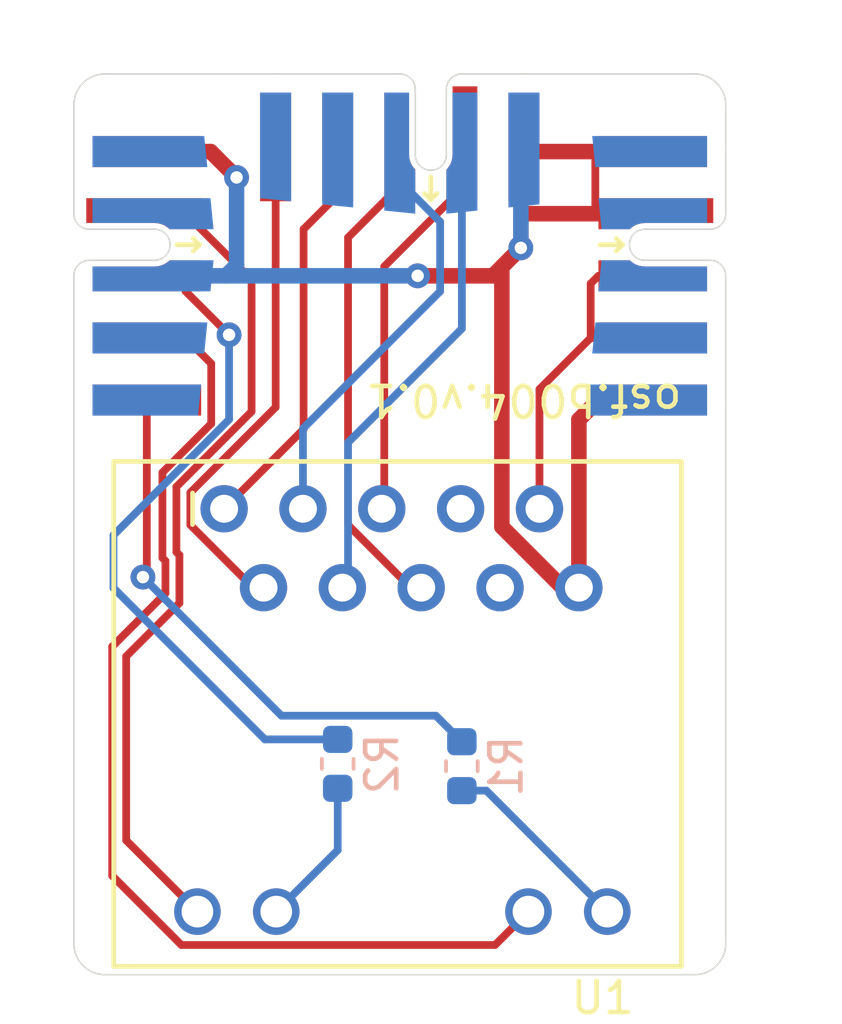
<source format=kicad_pcb>
(kicad_pcb (version 20171130) (host pcbnew "(5.1.10)-1")

  (general
    (thickness 1.6)
    (drawings 12)
    (tracks 107)
    (zones 0)
    (modules 6)
    (nets 15)
  )

  (page A4)
  (layers
    (0 F.Cu signal)
    (31 B.Cu signal)
    (32 B.Adhes user)
    (33 F.Adhes user)
    (34 B.Paste user)
    (35 F.Paste user)
    (36 B.SilkS user)
    (37 F.SilkS user)
    (38 B.Mask user)
    (39 F.Mask user)
    (40 Dwgs.User user)
    (41 Cmts.User user)
    (42 Eco1.User user)
    (43 Eco2.User user)
    (44 Edge.Cuts user)
    (45 Margin user)
    (46 B.CrtYd user)
    (47 F.CrtYd user)
    (48 B.Fab user)
    (49 F.Fab user)
  )

  (setup
    (last_trace_width 0.25)
    (user_trace_width 0.5)
    (trace_clearance 0.2)
    (zone_clearance 0.508)
    (zone_45_only no)
    (trace_min 0.2)
    (via_size 0.8)
    (via_drill 0.4)
    (via_min_size 0.4)
    (via_min_drill 0.3)
    (uvia_size 0.3)
    (uvia_drill 0.1)
    (uvias_allowed no)
    (uvia_min_size 0.2)
    (uvia_min_drill 0.1)
    (edge_width 0.05)
    (segment_width 0.2)
    (pcb_text_width 0.3)
    (pcb_text_size 1.5 1.5)
    (mod_edge_width 0.12)
    (mod_text_size 1 1)
    (mod_text_width 0.15)
    (pad_size 1.524 1.524)
    (pad_drill 0.762)
    (pad_to_mask_clearance 0.051)
    (solder_mask_min_width 0.25)
    (aux_axis_origin 0 0)
    (visible_elements 7FFFFFFF)
    (pcbplotparams
      (layerselection 0x010fc_ffffffff)
      (usegerberextensions false)
      (usegerberattributes false)
      (usegerberadvancedattributes false)
      (creategerberjobfile false)
      (excludeedgelayer true)
      (linewidth 0.100000)
      (plotframeref false)
      (viasonmask false)
      (mode 1)
      (useauxorigin false)
      (hpglpennumber 1)
      (hpglpenspeed 20)
      (hpglpendiameter 15.000000)
      (psnegative false)
      (psa4output false)
      (plotreference true)
      (plotvalue true)
      (plotinvisibletext false)
      (padsonsilk false)
      (subtractmaskfromsilk false)
      (outputformat 1)
      (mirror false)
      (drillshape 0)
      (scaleselection 1)
      (outputdirectory "gerber"))
  )

  (net 0 "")
  (net 1 GND)
  (net 2 "Net-(J1-Pad2)")
  (net 3 "Net-(J1-Pad5)")
  (net 4 "Net-(J2-Pad4)")
  (net 5 "Net-(J2-Pad3)")
  (net 6 "Net-(J2-Pad5)")
  (net 7 "Net-(J3-Pad3)")
  (net 8 "Net-(R1-Pad1)")
  (net 9 "Net-(R2-Pad1)")
  (net 10 "Net-(J1-Pad4)")
  (net 11 "Net-(J2-Pad2)")
  (net 12 "Net-(J1-Pad3)")
  (net 13 "Net-(J1-Pad8)")
  (net 14 "Net-(J1-Pad7)")

  (net_class Default "This is the default net class."
    (clearance 0.2)
    (trace_width 0.25)
    (via_dia 0.8)
    (via_drill 0.4)
    (uvia_dia 0.3)
    (uvia_drill 0.1)
    (add_net GND)
    (add_net "Net-(J1-Pad2)")
    (add_net "Net-(J1-Pad3)")
    (add_net "Net-(J1-Pad4)")
    (add_net "Net-(J1-Pad5)")
    (add_net "Net-(J1-Pad7)")
    (add_net "Net-(J1-Pad8)")
    (add_net "Net-(J2-Pad10)")
    (add_net "Net-(J2-Pad2)")
    (add_net "Net-(J2-Pad3)")
    (add_net "Net-(J2-Pad4)")
    (add_net "Net-(J2-Pad5)")
    (add_net "Net-(J2-Pad6)")
    (add_net "Net-(J2-Pad7)")
    (add_net "Net-(J2-Pad9)")
    (add_net "Net-(J3-Pad3)")
    (add_net "Net-(R1-Pad1)")
    (add_net "Net-(R2-Pad1)")
    (add_net "Net-(U1-Pad7)")
    (add_net "Net-(U1-Pad8)")
  )

  (module on_edge:on_edge_2x05_device (layer F.Cu) (tedit 607DF540) (tstamp 6030535F)
    (at 90 81.7 270)
    (path /6030960E)
    (attr virtual)
    (fp_text reference J2 (at 0 1.2 270 unlocked) (layer F.Fab)
      (effects (font (size 0.5 0.5) (thickness 0.05)))
    )
    (fp_text value 011_GPIO_2x3 (at 0 2 270 unlocked) (layer F.Fab)
      (effects (font (size 0.5 0.5) (thickness 0.05)))
    )
    (fp_line (start 5 0.5) (end 5 -5) (layer B.CrtYd) (width 0.05))
    (fp_line (start -5 0.5) (end 5 0.5) (layer B.CrtYd) (width 0.05))
    (fp_line (start -5 -5) (end -5 0.5) (layer B.CrtYd) (width 0.05))
    (fp_line (start 5 -5) (end -5 -5) (layer B.CrtYd) (width 0.05))
    (fp_line (start -5 0.5) (end -5 -5) (layer F.CrtYd) (width 0.05))
    (fp_line (start 5 0.5) (end -5 0.5) (layer F.CrtYd) (width 0.05))
    (fp_line (start 5 -5) (end 5 0.5) (layer F.CrtYd) (width 0.05))
    (fp_line (start -5 -5) (end 5 -5) (layer F.CrtYd) (width 0.05))
    (fp_line (start 0 0) (end 4 0) (layer Edge.Cuts) (width 0.05))
    (fp_line (start -4 0) (end -2 0) (layer Edge.Cuts) (width 0.05))
    (fp_line (start -1 -4.05) (end -1 -3.323) (layer F.SilkS) (width 0.153))
    (fp_line (start -1 -4.05) (end -0.8 -3.85) (layer F.SilkS) (width 0.153))
    (fp_line (start -1.2 -3.85) (end -1 -4.05) (layer F.SilkS) (width 0.153))
    (fp_line (start -0.5 -0.5) (end -0.5 -2.6) (layer Edge.Cuts) (width 0.05))
    (fp_line (start -1.5 -2.6) (end -1.5 -0.5) (layer Edge.Cuts) (width 0.05))
    (fp_arc (start -2 -0.5) (end -2 0) (angle -90) (layer Edge.Cuts) (width 0.05))
    (fp_arc (start 0 -0.5) (end -0.5 -0.5) (angle -90) (layer Edge.Cuts) (width 0.05))
    (fp_arc (start -1 -2.6) (end -0.5 -2.6) (angle -180) (layer Edge.Cuts) (width 0.05))
    (pad 2 smd custom (at -2 -3.6 270) (size 1 1) (layers F.Cu F.Mask)
      (net 11 "Net-(J2-Pad2)") (zone_connect 0)
      (options (clearance outline) (anchor rect))
      (primitives
        (gr_poly (pts
           (xy 0.3 1) (xy 0.31 0.89) (xy 0.33 0.81) (xy 0.35 0.75) (xy 0.37 0.7)
           (xy 0.4 0.65) (xy 0.44 0.59) (xy 0.48 0.54) (xy 0.5 0.52) (xy 0.5 -0.5)
           (xy -0.5 -0.5) (xy -0.5 3.2) (xy 0.3 3.2)) (width 0))
      ))
    (pad 3 smd custom (at 0 -3.6 270) (size 1 1) (layers F.Cu F.Mask)
      (net 5 "Net-(J2-Pad3)") (zone_connect 0)
      (options (clearance outline) (anchor rect))
      (primitives
        (gr_poly (pts
           (xy -0.3 1) (xy -0.31 0.89) (xy -0.33 0.81) (xy -0.35 0.75) (xy -0.37 0.7)
           (xy -0.4 0.65) (xy -0.44 0.59) (xy -0.48 0.54) (xy -0.5 0.52) (xy -0.5 -0.5)
           (xy 0.5 -0.5) (xy 0.5 3) (xy -0.3 3)) (width 0))
      ))
    (pad 8 smd custom (at 0 -2.1 270) (size 0.4 0.4) (layers B.Cu B.Mask)
      (net 1 GND) (zone_connect 0)
      (options (clearance outline) (anchor rect))
      (primitives
        (gr_poly (pts
           (xy -0.3 -0.51) (xy -0.31 -0.62) (xy -0.33 -0.7) (xy -0.35 -0.76) (xy -0.37 -0.81)
           (xy -0.4 -0.86) (xy -0.44 -0.92) (xy -0.48 -0.97) (xy -0.5 -0.99) (xy -0.5 -2.4)
           (xy 0.5 -2.3) (xy 0.5 1.5) (xy -0.3 1.5)) (width 0))
      ))
    (pad 7 smd custom (at -2 -2.1 270) (size 0.4 0.4) (layers B.Cu B.Mask)
      (zone_connect 0)
      (options (clearance outline) (anchor rect))
      (primitives
        (gr_poly (pts
           (xy 0.3 -0.51) (xy 0.31 -0.62) (xy 0.33 -0.7) (xy 0.35 -0.76) (xy 0.37 -0.81)
           (xy 0.4 -0.86) (xy 0.44 -0.92) (xy 0.48 -0.97) (xy 0.5 -0.99) (xy 0.5 -2.4)
           (xy -0.5 -2.3) (xy -0.5 1.5) (xy 0.3 1.5)) (width 0))
      ))
    (pad 10 smd custom (at 4 -2.3 270) (size 1 3.4) (layers B.Cu B.Mask)
      (zone_connect 0)
      (options (clearance outline) (anchor rect))
      (primitives
        (gr_poly (pts
           (xy -0.5 -1.7) (xy -0.5 -1.8) (xy 0.5 -1.7)) (width 0))
      ))
    (pad 9 smd custom (at 2 -2.4 270) (size 1 3.6) (layers B.Cu B.Mask)
      (zone_connect 0)
      (options (clearance outline) (anchor rect))
      (primitives
        (gr_poly (pts
           (xy -0.5 -1.8) (xy -0.5 -1.9) (xy 0.5 -1.8)) (width 0))
      ))
    (pad 6 smd custom (at -4 -2.4 270) (size 1 3.6) (layers B.Cu B.Mask)
      (zone_connect 0)
      (options (clearance outline) (anchor rect))
      (primitives
        (gr_poly (pts
           (xy 0.5 -1.8) (xy 0.5 -1.9) (xy -0.5 -1.8)) (width 0))
      ))
    (pad 5 smd rect (at 4 -2.35 90) (size 1 3.5) (layers F.Cu F.Mask)
      (net 6 "Net-(J2-Pad5)") (zone_connect 0))
    (pad 1 smd rect (at -4 -2.35 90) (size 1 3.5) (layers F.Cu F.Mask)
      (net 1 GND) (zone_connect 0))
    (pad 4 smd rect (at 2 -2.35 90) (size 1 3.5) (layers F.Cu F.Mask)
      (net 4 "Net-(J2-Pad4)") (zone_connect 0))
  )

  (module on_edge:on_edge_2x05_device (layer F.Cu) (tedit 607DF540) (tstamp 6030489D)
    (at 100.5 75.2 180)
    (path /602FEEDC)
    (attr virtual)
    (fp_text reference J1 (at 0 1.2 180 unlocked) (layer F.Fab)
      (effects (font (size 0.5 0.5) (thickness 0.05)))
    )
    (fp_text value 009_100BASE-T_2x5 (at 0 2 180 unlocked) (layer F.Fab)
      (effects (font (size 0.5 0.5) (thickness 0.05)))
    )
    (fp_line (start 5 0.5) (end 5 -5) (layer B.CrtYd) (width 0.05))
    (fp_line (start -5 0.5) (end 5 0.5) (layer B.CrtYd) (width 0.05))
    (fp_line (start -5 -5) (end -5 0.5) (layer B.CrtYd) (width 0.05))
    (fp_line (start 5 -5) (end -5 -5) (layer B.CrtYd) (width 0.05))
    (fp_line (start -5 0.5) (end -5 -5) (layer F.CrtYd) (width 0.05))
    (fp_line (start 5 0.5) (end -5 0.5) (layer F.CrtYd) (width 0.05))
    (fp_line (start 5 -5) (end 5 0.5) (layer F.CrtYd) (width 0.05))
    (fp_line (start -5 -5) (end 5 -5) (layer F.CrtYd) (width 0.05))
    (fp_line (start 0 0) (end 4 0) (layer Edge.Cuts) (width 0.05))
    (fp_line (start -4 0) (end -2 0) (layer Edge.Cuts) (width 0.05))
    (fp_line (start -1 -4.05) (end -1 -3.323) (layer F.SilkS) (width 0.153))
    (fp_line (start -1 -4.05) (end -0.8 -3.85) (layer F.SilkS) (width 0.153))
    (fp_line (start -1.2 -3.85) (end -1 -4.05) (layer F.SilkS) (width 0.153))
    (fp_line (start -0.5 -0.5) (end -0.5 -2.6) (layer Edge.Cuts) (width 0.05))
    (fp_line (start -1.5 -2.6) (end -1.5 -0.5) (layer Edge.Cuts) (width 0.05))
    (fp_arc (start -2 -0.5) (end -2 0) (angle -90) (layer Edge.Cuts) (width 0.05))
    (fp_arc (start 0 -0.5) (end -0.5 -0.5) (angle -90) (layer Edge.Cuts) (width 0.05))
    (fp_arc (start -1 -2.6) (end -0.5 -2.6) (angle -180) (layer Edge.Cuts) (width 0.05))
    (pad 2 smd custom (at -2 -3.6 180) (size 1 1) (layers F.Cu F.Mask)
      (net 2 "Net-(J1-Pad2)") (zone_connect 0)
      (options (clearance outline) (anchor rect))
      (primitives
        (gr_poly (pts
           (xy 0.3 1) (xy 0.31 0.89) (xy 0.33 0.81) (xy 0.35 0.75) (xy 0.37 0.7)
           (xy 0.4 0.65) (xy 0.44 0.59) (xy 0.48 0.54) (xy 0.5 0.52) (xy 0.5 -0.5)
           (xy -0.5 -0.5) (xy -0.5 3.2) (xy 0.3 3.2)) (width 0))
      ))
    (pad 3 smd custom (at 0 -3.6 180) (size 1 1) (layers F.Cu F.Mask)
      (net 12 "Net-(J1-Pad3)") (zone_connect 0)
      (options (clearance outline) (anchor rect))
      (primitives
        (gr_poly (pts
           (xy -0.3 1) (xy -0.31 0.89) (xy -0.33 0.81) (xy -0.35 0.75) (xy -0.37 0.7)
           (xy -0.4 0.65) (xy -0.44 0.59) (xy -0.48 0.54) (xy -0.5 0.52) (xy -0.5 -0.5)
           (xy 0.5 -0.5) (xy 0.5 3) (xy -0.3 3)) (width 0))
      ))
    (pad 8 smd custom (at 0 -2.1 180) (size 0.4 0.4) (layers B.Cu B.Mask)
      (net 13 "Net-(J1-Pad8)") (zone_connect 0)
      (options (clearance outline) (anchor rect))
      (primitives
        (gr_poly (pts
           (xy -0.3 -0.51) (xy -0.31 -0.62) (xy -0.33 -0.7) (xy -0.35 -0.76) (xy -0.37 -0.81)
           (xy -0.4 -0.86) (xy -0.44 -0.92) (xy -0.48 -0.97) (xy -0.5 -0.99) (xy -0.5 -2.4)
           (xy 0.5 -2.3) (xy 0.5 1.5) (xy -0.3 1.5)) (width 0))
      ))
    (pad 7 smd custom (at -2 -2.1 180) (size 0.4 0.4) (layers B.Cu B.Mask)
      (net 14 "Net-(J1-Pad7)") (zone_connect 0)
      (options (clearance outline) (anchor rect))
      (primitives
        (gr_poly (pts
           (xy 0.3 -0.51) (xy 0.31 -0.62) (xy 0.33 -0.7) (xy 0.35 -0.76) (xy 0.37 -0.81)
           (xy 0.4 -0.86) (xy 0.44 -0.92) (xy 0.48 -0.97) (xy 0.5 -0.99) (xy 0.5 -2.4)
           (xy -0.5 -2.3) (xy -0.5 1.5) (xy 0.3 1.5)) (width 0))
      ))
    (pad 10 smd custom (at 4 -2.3 180) (size 1 3.4) (layers B.Cu B.Mask)
      (zone_connect 0)
      (options (clearance outline) (anchor rect))
      (primitives
        (gr_poly (pts
           (xy -0.5 -1.7) (xy -0.5 -1.8) (xy 0.5 -1.7)) (width 0))
      ))
    (pad 9 smd custom (at 2 -2.4 180) (size 1 3.6) (layers B.Cu B.Mask)
      (zone_connect 0)
      (options (clearance outline) (anchor rect))
      (primitives
        (gr_poly (pts
           (xy -0.5 -1.8) (xy -0.5 -1.9) (xy 0.5 -1.8)) (width 0))
      ))
    (pad 6 smd custom (at -4 -2.4 180) (size 1 3.6) (layers B.Cu B.Mask)
      (net 1 GND) (zone_connect 0)
      (options (clearance outline) (anchor rect))
      (primitives
        (gr_poly (pts
           (xy 0.5 -1.8) (xy 0.5 -1.9) (xy -0.5 -1.8)) (width 0))
      ))
    (pad 5 smd rect (at 4 -2.35) (size 1 3.5) (layers F.Cu F.Mask)
      (net 3 "Net-(J1-Pad5)") (zone_connect 0))
    (pad 1 smd rect (at -4 -2.35) (size 1 3.5) (layers F.Cu F.Mask)
      (net 1 GND) (zone_connect 0))
    (pad 4 smd rect (at 2 -2.35) (size 1 3.5) (layers F.Cu F.Mask)
      (net 10 "Net-(J1-Pad4)") (zone_connect 0))
  )

  (module on_edge:on_edge_2x05_host (layer F.Cu) (tedit 607DF692) (tstamp 603053A7)
    (at 111 81.7 270)
    (path /60308801)
    (attr virtual)
    (fp_text reference J3 (at 0.05 -3.2 180 unlocked) (layer F.Fab)
      (effects (font (size 0.5 0.5) (thickness 0.125)))
    )
    (fp_text value PoE_2x2 (at -1.2 -2 90) (layer F.Fab)
      (effects (font (size 1 1) (thickness 0.15)))
    )
    (fp_line (start -1 4.05) (end -1 3.323) (layer F.SilkS) (width 0.153))
    (fp_line (start -0.8 3.523) (end -1 3.323) (layer F.SilkS) (width 0.153))
    (fp_line (start -1 3.323) (end -1.2 3.523) (layer F.SilkS) (width 0.153))
    (fp_line (start -1.5 0.5) (end -1.5 2.6) (layer Edge.Cuts) (width 0.05))
    (fp_line (start -0.5 2.6) (end -0.5 0.5) (layer Edge.Cuts) (width 0.05))
    (fp_line (start -4 0) (end -2 0) (layer Edge.Cuts) (width 0.05))
    (fp_line (start 0 0) (end 4 0) (layer Edge.Cuts) (width 0.05))
    (fp_line (start -5 5) (end 5 5) (layer F.CrtYd) (width 0.05))
    (fp_line (start 5 5) (end 5 -0.5) (layer F.CrtYd) (width 0.05))
    (fp_line (start 5 -0.5) (end -5 -0.5) (layer F.CrtYd) (width 0.05))
    (fp_line (start -5 -0.5) (end -5 5) (layer F.CrtYd) (width 0.05))
    (fp_line (start 5 5) (end -5 5) (layer B.CrtYd) (width 0.05))
    (fp_line (start -5 5) (end -5 -0.5) (layer B.CrtYd) (width 0.05))
    (fp_line (start -5 -0.5) (end 5 -0.5) (layer B.CrtYd) (width 0.05))
    (fp_line (start 5 -0.5) (end 5 5) (layer B.CrtYd) (width 0.05))
    (fp_arc (start 0 0.5) (end 0 0) (angle -90) (layer Edge.Cuts) (width 0.05))
    (fp_arc (start -2 0.5) (end -1.5 0.5) (angle -90) (layer Edge.Cuts) (width 0.05))
    (fp_arc (start -1 2.6) (end -1.5 2.6) (angle -180) (layer Edge.Cuts) (width 0.05))
    (pad 2 smd custom (at -2 3.6 270) (size 1 1) (layers F.Cu F.Mask)
      (net 1 GND) (zone_connect 0)
      (options (clearance outline) (anchor rect))
      (primitives
        (gr_poly (pts
           (xy 0.3 -0.99) (xy 0.31 -0.88) (xy 0.33 -0.8) (xy 0.35 -0.74) (xy 0.37 -0.69)
           (xy 0.4 -0.64) (xy 0.44 -0.58) (xy 0.48 -0.53) (xy 0.5 -0.51) (xy 0.5 0.5)
           (xy -0.5 0.5) (xy -0.5 -3.2) (xy 0.3 -3.2)) (width 0))
      ))
    (pad 3 smd custom (at 0 3.6 270) (size 1 1) (layers F.Cu F.Mask)
      (net 7 "Net-(J3-Pad3)") (zone_connect 0)
      (options (clearance outline) (anchor rect))
      (primitives
        (gr_poly (pts
           (xy -0.3 -0.99) (xy -0.31 -0.88) (xy -0.33 -0.8) (xy -0.35 -0.74) (xy -0.37 -0.69)
           (xy -0.4 -0.64) (xy -0.44 -0.58) (xy -0.48 -0.53) (xy -0.5 -0.51) (xy -0.5 0.5)
           (xy 0.5 0.5) (xy 0.5 -3) (xy -0.3 -3)) (width 0))
      ))
    (pad 8 smd custom (at 0 2.1 90) (size 0.4 0.4) (layers B.Cu B.Mask)
      (zone_connect 0)
      (options (clearance outline) (anchor rect))
      (primitives
        (gr_poly (pts
           (xy 0.3 -0.51) (xy 0.31 -0.62) (xy 0.33 -0.7) (xy 0.35 -0.76) (xy 0.37 -0.81)
           (xy 0.4 -0.86) (xy 0.44 -0.92) (xy 0.48 -0.97) (xy 0.5 -0.99) (xy 0.5 -1.9)
           (xy -0.5 -2) (xy -0.5 1.5) (xy 0.3 1.5)) (width 0))
      ))
    (pad 7 smd custom (at -2 2.1 90) (size 0.4 0.4) (layers B.Cu B.Mask)
      (zone_connect 0)
      (options (clearance outline) (anchor rect))
      (primitives
        (gr_poly (pts
           (xy -0.3 -0.51) (xy -0.31 -0.62) (xy -0.33 -0.7) (xy -0.35 -0.76) (xy -0.37 -0.81)
           (xy -0.4 -0.86) (xy -0.44 -0.92) (xy -0.48 -0.97) (xy -0.5 -0.99) (xy -0.5 -1.9)
           (xy 0.5 -2) (xy 0.5 1.5) (xy -0.3 1.5)) (width 0))
      ))
    (pad 4 smd rect (at 2 2.35 270) (size 1 3.5) (layers F.Cu F.Mask)
      (net 7 "Net-(J3-Pad3)") (zone_connect 0))
    (pad 10 smd custom (at 4 2.5 90) (size 1 3.8) (layers B.Cu B.Mask)
      (zone_connect 0)
      (options (clearance outline) (anchor rect))
      (primitives
        (gr_poly (pts
           (xy 0.5 -1.9) (xy -0.5 -2) (xy -0.5 -1.9)) (width 0))
      ))
    (pad 9 smd custom (at 2 2.4 90) (size 1 3.6) (layers B.Cu B.Mask)
      (zone_connect 0)
      (options (clearance outline) (anchor rect))
      (primitives
        (gr_poly (pts
           (xy 0.5 -1.8) (xy -0.5 -1.9) (xy -0.5 -1.8)) (width 0))
      ))
    (pad 6 smd custom (at -4 2.4 90) (size 1 3.6) (layers B.Cu B.Mask)
      (zone_connect 0)
      (options (clearance outline) (anchor rect))
      (primitives
        (gr_poly (pts
           (xy 0.5 -1.8) (xy 0.5 -1.9) (xy -0.5 -1.8)) (width 0))
      ))
    (pad 5 smd rect (at 4 2.35 270) (size 1 3.5) (layers F.Cu F.Mask)
      (net 1 GND) (zone_connect 0))
    (pad 1 smd rect (at -4 2.35 270) (size 1 3.5) (layers F.Cu F.Mask)
      (net 1 GND) (zone_connect 0))
  )

  (module Resistor_SMD:R_0603_1608Metric (layer B.Cu) (tedit 5B301BBD) (tstamp 603053C9)
    (at 98.5 97.4125 90)
    (descr "Resistor SMD 0603 (1608 Metric), square (rectangular) end terminal, IPC_7351 nominal, (Body size source: http://www.tortai-tech.com/upload/download/2011102023233369053.pdf), generated with kicad-footprint-generator")
    (tags resistor)
    (path /6030D814)
    (attr smd)
    (fp_text reference R2 (at 0 1.43 90) (layer B.SilkS)
      (effects (font (size 1 1) (thickness 0.15)) (justify mirror))
    )
    (fp_text value 330R (at 0 -1.43 90) (layer B.Fab)
      (effects (font (size 1 1) (thickness 0.15)) (justify mirror))
    )
    (fp_line (start 1.48 -0.73) (end -1.48 -0.73) (layer B.CrtYd) (width 0.05))
    (fp_line (start 1.48 0.73) (end 1.48 -0.73) (layer B.CrtYd) (width 0.05))
    (fp_line (start -1.48 0.73) (end 1.48 0.73) (layer B.CrtYd) (width 0.05))
    (fp_line (start -1.48 -0.73) (end -1.48 0.73) (layer B.CrtYd) (width 0.05))
    (fp_line (start -0.162779 -0.51) (end 0.162779 -0.51) (layer B.SilkS) (width 0.12))
    (fp_line (start -0.162779 0.51) (end 0.162779 0.51) (layer B.SilkS) (width 0.12))
    (fp_line (start 0.8 -0.4) (end -0.8 -0.4) (layer B.Fab) (width 0.1))
    (fp_line (start 0.8 0.4) (end 0.8 -0.4) (layer B.Fab) (width 0.1))
    (fp_line (start -0.8 0.4) (end 0.8 0.4) (layer B.Fab) (width 0.1))
    (fp_line (start -0.8 -0.4) (end -0.8 0.4) (layer B.Fab) (width 0.1))
    (fp_text user %R (at 0 0 90) (layer B.Fab)
      (effects (font (size 0.4 0.4) (thickness 0.06)) (justify mirror))
    )
    (pad 2 smd roundrect (at 0.7875 0 90) (size 0.875 0.95) (layers B.Cu B.Paste B.Mask) (roundrect_rratio 0.25)
      (net 5 "Net-(J2-Pad3)"))
    (pad 1 smd roundrect (at -0.7875 0 90) (size 0.875 0.95) (layers B.Cu B.Paste B.Mask) (roundrect_rratio 0.25)
      (net 9 "Net-(R2-Pad1)"))
    (model ${KISYS3DMOD}/Resistor_SMD.3dshapes/R_0603_1608Metric.wrl
      (at (xyz 0 0 0))
      (scale (xyz 1 1 1))
      (rotate (xyz 0 0 0))
    )
  )

  (module Resistor_SMD:R_0603_1608Metric (layer B.Cu) (tedit 5B301BBD) (tstamp 603053B8)
    (at 102.5 97.4875 90)
    (descr "Resistor SMD 0603 (1608 Metric), square (rectangular) end terminal, IPC_7351 nominal, (Body size source: http://www.tortai-tech.com/upload/download/2011102023233369053.pdf), generated with kicad-footprint-generator")
    (tags resistor)
    (path /6030CEE4)
    (attr smd)
    (fp_text reference R1 (at 0 1.43 90) (layer B.SilkS)
      (effects (font (size 1 1) (thickness 0.15)) (justify mirror))
    )
    (fp_text value 330R (at 0 -1.43 90) (layer B.Fab)
      (effects (font (size 1 1) (thickness 0.15)) (justify mirror))
    )
    (fp_line (start 1.48 -0.73) (end -1.48 -0.73) (layer B.CrtYd) (width 0.05))
    (fp_line (start 1.48 0.73) (end 1.48 -0.73) (layer B.CrtYd) (width 0.05))
    (fp_line (start -1.48 0.73) (end 1.48 0.73) (layer B.CrtYd) (width 0.05))
    (fp_line (start -1.48 -0.73) (end -1.48 0.73) (layer B.CrtYd) (width 0.05))
    (fp_line (start -0.162779 -0.51) (end 0.162779 -0.51) (layer B.SilkS) (width 0.12))
    (fp_line (start -0.162779 0.51) (end 0.162779 0.51) (layer B.SilkS) (width 0.12))
    (fp_line (start 0.8 -0.4) (end -0.8 -0.4) (layer B.Fab) (width 0.1))
    (fp_line (start 0.8 0.4) (end 0.8 -0.4) (layer B.Fab) (width 0.1))
    (fp_line (start -0.8 0.4) (end 0.8 0.4) (layer B.Fab) (width 0.1))
    (fp_line (start -0.8 -0.4) (end -0.8 0.4) (layer B.Fab) (width 0.1))
    (fp_text user %R (at 0 0 90) (layer B.Fab)
      (effects (font (size 0.4 0.4) (thickness 0.06)) (justify mirror))
    )
    (pad 2 smd roundrect (at 0.7875 0 90) (size 0.875 0.95) (layers B.Cu B.Paste B.Mask) (roundrect_rratio 0.25)
      (net 6 "Net-(J2-Pad5)"))
    (pad 1 smd roundrect (at -0.7875 0 90) (size 0.875 0.95) (layers B.Cu B.Paste B.Mask) (roundrect_rratio 0.25)
      (net 8 "Net-(R1-Pad1)"))
    (model ${KISYS3DMOD}/Resistor_SMD.3dshapes/R_0603_1608Metric.wrl
      (at (xyz 0 0 0))
      (scale (xyz 1 1 1))
      (rotate (xyz 0 0 0))
    )
  )

  (module AI-footprints:7499211121A (layer F.Cu) (tedit 5D665B50) (tstamp 603048B9)
    (at 105 89.2 180)
    (path /602FFC80)
    (fp_text reference U1 (at -2.032 -15.748) (layer F.SilkS)
      (effects (font (size 1 1) (thickness 0.15)))
    )
    (fp_text value 7499211121A (at 8.636 -15.748) (layer F.Fab)
      (effects (font (size 1 1) (thickness 0.15)))
    )
    (fp_line (start -4.572 1.524) (end 13.716 1.524) (layer F.SilkS) (width 0.15))
    (fp_line (start 13.208 -14.732) (end -4.572 -14.732) (layer F.SilkS) (width 0.15))
    (fp_line (start -4.572 1.524) (end -4.572 -14.732) (layer F.SilkS) (width 0.15))
    (fp_line (start 13.716 -14.732) (end 13.716 1.524) (layer F.SilkS) (width 0.15))
    (fp_line (start 13.208 -14.732) (end 13.716 -14.732) (layer F.SilkS) (width 0.15))
    (fp_line (start 11.176 0.508) (end 11.176 -0.508) (layer F.SilkS) (width 0.15))
    (pad 14 thru_hole circle (at -2.185 -12.97 180) (size 1.5 1.5) (drill 1.02) (layers *.Cu *.Mask)
      (net 8 "Net-(R1-Pad1)"))
    (pad 13 thru_hole circle (at 0.355 -12.97 180) (size 1.5 1.5) (drill 1.02) (layers *.Cu *.Mask)
      (net 4 "Net-(J2-Pad4)"))
    (pad 12 thru_hole circle (at 8.48 -12.97 180) (size 1.5 1.5) (drill 1.02) (layers *.Cu *.Mask)
      (net 9 "Net-(R2-Pad1)"))
    (pad 11 thru_hole circle (at 11.02 -12.97 180) (size 1.5 1.5) (drill 1.02) (layers *.Cu *.Mask)
      (net 11 "Net-(J2-Pad2)"))
    (pad "" np_thru_hole circle (at 12.19 -5.84 180) (size 1.6 1.6) (drill 1.6) (layers *.Cu *.Mask))
    (pad "" np_thru_hole circle (at -3.3 -5.84 180) (size 1.6 1.6) (drill 1.6) (layers *.Cu *.Mask))
    (pad "" np_thru_hole circle (at 10.16 -8.89 180) (size 3.25 3.25) (drill 3.25) (layers *.Cu *.Mask))
    (pad "" np_thru_hole circle (at -1.27 -8.89 180) (size 3.25 3.25) (drill 3.25) (layers *.Cu *.Mask))
    (pad 10 thru_hole circle (at -1.27 -2.54 180) (size 1.524 1.524) (drill 0.9) (layers *.Cu *.Mask)
      (net 1 GND))
    (pad 9 thru_hole circle (at 0 0 180) (size 1.524 1.524) (drill 0.9) (layers *.Cu *.Mask)
      (net 7 "Net-(J3-Pad3)"))
    (pad 8 thru_hole circle (at 1.27 -2.54 180) (size 1.524 1.524) (drill 0.9) (layers *.Cu *.Mask))
    (pad 7 thru_hole circle (at 2.54 0 180) (size 1.524 1.524) (drill 0.9) (layers *.Cu *.Mask))
    (pad 6 thru_hole circle (at 3.81 -2.54 180) (size 1.524 1.524) (drill 0.9) (layers *.Cu *.Mask)
      (net 12 "Net-(J1-Pad3)"))
    (pad 5 thru_hole circle (at 5.08 0 180) (size 1.524 1.524) (drill 0.9) (layers *.Cu *.Mask)
      (net 2 "Net-(J1-Pad2)"))
    (pad 4 thru_hole circle (at 6.35 -2.54 180) (size 1.524 1.524) (drill 0.9) (layers *.Cu *.Mask)
      (net 14 "Net-(J1-Pad7)"))
    (pad 3 thru_hole circle (at 7.62 0 180) (size 1.524 1.524) (drill 0.9) (layers *.Cu *.Mask)
      (net 13 "Net-(J1-Pad8)"))
    (pad 2 thru_hole circle (at 8.89 -2.54 180) (size 1.524 1.524) (drill 0.9) (layers *.Cu *.Mask)
      (net 3 "Net-(J1-Pad5)"))
    (pad 1 thru_hole circle (at 10.16 0 180) (size 1.524 1.524) (drill 0.9) (layers *.Cu *.Mask)
      (net 10 "Net-(J1-Pad4)"))
    (model "${AI_LIB_DIR}/3d_models/7499211121A (rev1).stp"
      (offset (xyz 4.4 8.800000000000001 7))
      (scale (xyz 1 1 1))
      (rotate (xyz 0 -180 90))
    )
  )

  (gr_text osf.b004.v0.1 (at 104.5 85.7 180) (layer F.SilkS)
    (effects (font (size 1 1) (thickness 0.15)))
  )
  (gr_line (start 90 77.7) (end 90 76.2) (layer Edge.Cuts) (width 0.05) (tstamp 60305652))
  (gr_line (start 111 77.7) (end 111 76.2) (layer Edge.Cuts) (width 0.05) (tstamp 603055CD))
  (gr_line (start 104.5 75.2) (end 110 75.2) (layer Edge.Cuts) (width 0.05) (tstamp 60304D61))
  (gr_arc (start 91 103.2) (end 90 103.2) (angle -90) (layer Edge.Cuts) (width 0.05) (tstamp 60304D37))
  (gr_arc (start 91 76.2) (end 91 75.2) (angle -90) (layer Edge.Cuts) (width 0.05) (tstamp 60304D37))
  (gr_arc (start 110 76.2) (end 111 76.2) (angle -90) (layer Edge.Cuts) (width 0.05) (tstamp 60304D37))
  (gr_arc (start 110 103.2) (end 110 104.2) (angle -90) (layer Edge.Cuts) (width 0.05))
  (gr_line (start 111 85.7) (end 111 103.2) (layer Edge.Cuts) (width 0.05) (tstamp 60304CB7))
  (gr_line (start 91 75.2) (end 96.5 75.2) (layer Edge.Cuts) (width 0.05))
  (gr_line (start 90 103.2) (end 90 85.7) (layer Edge.Cuts) (width 0.05))
  (gr_line (start 110 104.2) (end 91 104.2) (layer Edge.Cuts) (width 0.05))

  (segment (start 108.65 77.7) (end 107.1 77.7) (width 0.25) (layer F.Cu) (net 1))
  (segment (start 107.1 77.7) (end 106.8 78) (width 0.25) (layer F.Cu) (net 1))
  (segment (start 106.8 78) (end 106.8 79.6) (width 0.25) (layer F.Cu) (net 1))
  (segment (start 106.9 79.7) (end 107.4 79.7) (width 0.25) (layer F.Cu) (net 1))
  (segment (start 106.8 79.6) (end 106.9 79.7) (width 0.25) (layer F.Cu) (net 1))
  (via (at 104.4 80.8) (size 0.8) (drill 0.4) (layers F.Cu B.Cu) (net 1))
  (via (at 95.241696 78.532722) (size 0.8) (drill 0.4) (layers F.Cu B.Cu) (net 1))
  (segment (start 94.5 81.7) (end 92.1 81.7) (width 0.25) (layer B.Cu) (net 1))
  (segment (start 106.27 91.74) (end 106.27 86.33) (width 0.5) (layer F.Cu) (net 1))
  (segment (start 106.9 85.7) (end 108.65 85.7) (width 0.5) (layer F.Cu) (net 1))
  (segment (start 106.27 86.33) (end 106.9 85.7) (width 0.5) (layer F.Cu) (net 1))
  (segment (start 103.787999 81.412001) (end 104.4 80.8) (width 0.5) (layer F.Cu) (net 1))
  (segment (start 103.787999 89.781761) (end 103.787999 81.412001) (width 0.5) (layer F.Cu) (net 1))
  (segment (start 105.746238 91.74) (end 103.787999 89.781761) (width 0.5) (layer F.Cu) (net 1))
  (segment (start 106.27 91.74) (end 105.746238 91.74) (width 0.5) (layer F.Cu) (net 1))
  (segment (start 104.4 77.65) (end 104.5 77.55) (width 0.5) (layer F.Cu) (net 1))
  (segment (start 107.4 79.7) (end 104.5 79.7) (width 0.5) (layer F.Cu) (net 1))
  (segment (start 104.4 79.6) (end 104.4 77.65) (width 0.5) (layer F.Cu) (net 1))
  (segment (start 104.5 79.7) (end 104.4 79.6) (width 0.5) (layer F.Cu) (net 1))
  (segment (start 104.4 80.8) (end 104.4 79.6) (width 0.5) (layer F.Cu) (net 1))
  (segment (start 104.65 77.7) (end 104.5 77.55) (width 0.5) (layer F.Cu) (net 1))
  (segment (start 108.65 77.7) (end 104.65 77.7) (width 0.5) (layer F.Cu) (net 1))
  (segment (start 95.241696 78.532722) (end 94.554487 77.845513) (width 0.5) (layer F.Cu) (net 1))
  (segment (start 94.408974 77.7) (end 94.554487 77.845513) (width 0.5) (layer F.Cu) (net 1))
  (segment (start 92.35 77.7) (end 94.408974 77.7) (width 0.5) (layer F.Cu) (net 1))
  (segment (start 95.241696 81.358304) (end 94.9 81.7) (width 0.5) (layer B.Cu) (net 1))
  (segment (start 95.241696 78.532722) (end 95.241696 81.358304) (width 0.5) (layer B.Cu) (net 1))
  (segment (start 94.5 81.7) (end 94.9 81.7) (width 0.25) (layer B.Cu) (net 1))
  (segment (start 104.4 77.7) (end 104.5 77.6) (width 0.5) (layer B.Cu) (net 1))
  (segment (start 104.4 80.8) (end 104.4 77.7) (width 0.5) (layer B.Cu) (net 1))
  (via (at 101.07499 81.7) (size 0.8) (drill 0.4) (layers F.Cu B.Cu) (net 1))
  (segment (start 92.1 81.7) (end 101.07499 81.7) (width 0.5) (layer B.Cu) (net 1))
  (segment (start 104.4 80.8) (end 103.5 81.7) (width 0.5) (layer F.Cu) (net 1))
  (segment (start 103.5 81.7) (end 101.07499 81.7) (width 0.5) (layer F.Cu) (net 1))
  (segment (start 100 89.12) (end 99.92 89.2) (width 0.25) (layer F.Cu) (net 2))
  (segment (start 102.5 78.9) (end 100 81.4) (width 0.25) (layer F.Cu) (net 2))
  (segment (start 100 81.4) (end 100 89.12) (width 0.25) (layer F.Cu) (net 2))
  (segment (start 102.5 78.8) (end 102.5 78.9) (width 0.25) (layer F.Cu) (net 2))
  (segment (start 95.771238 91.74) (end 93.752999 89.721761) (width 0.25) (layer F.Cu) (net 3))
  (segment (start 96.11 91.74) (end 95.771238 91.74) (width 0.25) (layer F.Cu) (net 3))
  (segment (start 93.752999 89.721761) (end 93.752999 88.678239) (width 0.25) (layer F.Cu) (net 3))
  (segment (start 96.5 85.931238) (end 96.5 77.55) (width 0.25) (layer F.Cu) (net 3))
  (segment (start 93.752999 88.678239) (end 96.5 85.931238) (width 0.25) (layer F.Cu) (net 3))
  (segment (start 92.35 83.7) (end 93.6 83.7) (width 0.25) (layer F.Cu) (net 4))
  (segment (start 91.234988 101.01599) (end 93.463999 103.245001) (width 0.25) (layer F.Cu) (net 4))
  (segment (start 93.463999 103.245001) (end 103.569999 103.245001) (width 0.25) (layer F.Cu) (net 4))
  (segment (start 92.949989 90.876985) (end 92.949989 91.923015) (width 0.25) (layer F.Cu) (net 4))
  (segment (start 103.569999 103.245001) (end 104.645 102.17) (width 0.25) (layer F.Cu) (net 4))
  (segment (start 92.949989 91.923015) (end 91.234988 93.638016) (width 0.25) (layer F.Cu) (net 4))
  (segment (start 91.234988 93.638016) (end 91.234988 101.01599) (width 0.25) (layer F.Cu) (net 4))
  (segment (start 92.852977 90.779973) (end 92.949989 90.876985) (width 0.25) (layer F.Cu) (net 4))
  (segment (start 92.852977 88.032025) (end 92.852977 90.779973) (width 0.25) (layer F.Cu) (net 4))
  (segment (start 94.425001 84.525001) (end 94.425001 86.460001) (width 0.25) (layer F.Cu) (net 4))
  (segment (start 93.6 83.7) (end 94.425001 84.525001) (width 0.25) (layer F.Cu) (net 4))
  (segment (start 94.425001 86.460001) (end 92.852977 88.032025) (width 0.25) (layer F.Cu) (net 4))
  (segment (start 93.6 82.2) (end 95 83.6) (width 0.25) (layer F.Cu) (net 5))
  (via (at 95 83.6) (size 0.8) (drill 0.4) (layers F.Cu B.Cu) (net 5))
  (segment (start 93.6 81.7) (end 93.6 82.2) (width 0.25) (layer F.Cu) (net 5))
  (segment (start 98.025 96.625) (end 98.5 96.625) (width 0.25) (layer B.Cu) (net 5))
  (segment (start 91.274999 91.748001) (end 96.151998 96.625) (width 0.25) (layer B.Cu) (net 5))
  (segment (start 95 83.6) (end 95 86.326998) (width 0.25) (layer B.Cu) (net 5))
  (segment (start 95 86.326998) (end 91.274999 90.051999) (width 0.25) (layer B.Cu) (net 5))
  (segment (start 91.274999 90.051999) (end 91.274999 91.748001) (width 0.25) (layer B.Cu) (net 5))
  (segment (start 96.151998 96.625) (end 98.025 96.625) (width 0.25) (layer B.Cu) (net 5))
  (segment (start 92.35 91.274979) (end 92.224979 91.4) (width 0.25) (layer F.Cu) (net 6))
  (via (at 92.224979 91.4) (size 0.8) (drill 0.4) (layers F.Cu B.Cu) (net 6))
  (segment (start 102.5 96.7) (end 101.66249 95.86249) (width 0.25) (layer B.Cu) (net 6))
  (segment (start 96.687469 95.86249) (end 92.224979 91.4) (width 0.25) (layer B.Cu) (net 6))
  (segment (start 101.66249 95.86249) (end 96.687469 95.86249) (width 0.25) (layer B.Cu) (net 6))
  (segment (start 92.35 85.7) (end 92.35 91.274979) (width 0.25) (layer F.Cu) (net 6))
  (segment (start 106.65 83.7) (end 108.65 83.7) (width 0.25) (layer F.Cu) (net 7))
  (segment (start 105 85.35) (end 106.65 83.7) (width 0.25) (layer F.Cu) (net 7))
  (segment (start 105 89.2) (end 105 85.35) (width 0.25) (layer F.Cu) (net 7))
  (segment (start 107.4 81.7) (end 106.9 81.7) (width 0.25) (layer F.Cu) (net 7))
  (segment (start 106.65 81.95) (end 106.65 83.7) (width 0.25) (layer F.Cu) (net 7))
  (segment (start 106.9 81.7) (end 106.65 81.95) (width 0.25) (layer F.Cu) (net 7))
  (segment (start 103.29 98.275) (end 107.185 102.17) (width 0.25) (layer B.Cu) (net 8))
  (segment (start 102.5 98.275) (end 103.29 98.275) (width 0.25) (layer B.Cu) (net 8))
  (segment (start 98.5 100.19) (end 97 101.69) (width 0.25) (layer B.Cu) (net 9))
  (segment (start 98.5 98.2) (end 98.5 100.19) (width 0.25) (layer B.Cu) (net 9))
  (segment (start 97 101.69) (end 96.52 102.17) (width 0.25) (layer B.Cu) (net 9))
  (segment (start 94.84 89.2) (end 97.4 86.64) (width 0.25) (layer F.Cu) (net 10))
  (segment (start 97.4 86.64) (end 97.4 80.2) (width 0.25) (layer F.Cu) (net 10))
  (segment (start 98.5 79.1) (end 98.5 77.55) (width 0.25) (layer F.Cu) (net 10))
  (segment (start 97.4 80.2) (end 98.5 79.1) (width 0.25) (layer F.Cu) (net 10))
  (segment (start 91.684999 99.874999) (end 93.98 102.17) (width 0.25) (layer F.Cu) (net 11))
  (segment (start 93.4 90.690585) (end 93.4 92.23641) (width 0.25) (layer F.Cu) (net 11))
  (segment (start 95.725002 86.069825) (end 93.302988 88.491839) (width 0.25) (layer F.Cu) (net 11))
  (segment (start 95.725002 81.825002) (end 95.725002 86.069825) (width 0.25) (layer F.Cu) (net 11))
  (segment (start 93.6 79.7) (end 95.725002 81.825002) (width 0.25) (layer F.Cu) (net 11))
  (segment (start 93.302988 88.491839) (end 93.302988 90.593573) (width 0.25) (layer F.Cu) (net 11))
  (segment (start 93.4 92.23641) (end 91.684999 93.951411) (width 0.25) (layer F.Cu) (net 11))
  (segment (start 93.302988 90.593573) (end 93.4 90.690585) (width 0.25) (layer F.Cu) (net 11))
  (segment (start 91.684999 93.951411) (end 91.684999 99.874999) (width 0.25) (layer F.Cu) (net 11))
  (segment (start 100.851238 91.74) (end 101.19 91.74) (width 0.25) (layer F.Cu) (net 12))
  (segment (start 98.832999 89.721761) (end 100.851238 91.74) (width 0.25) (layer F.Cu) (net 12))
  (segment (start 98.832999 80.467001) (end 98.832999 89.721761) (width 0.25) (layer F.Cu) (net 12))
  (segment (start 100.5 78.8) (end 98.832999 80.467001) (width 0.25) (layer F.Cu) (net 12))
  (segment (start 100.5 78.659636) (end 101.8 79.959636) (width 0.25) (layer B.Cu) (net 13))
  (segment (start 100.5 77.3) (end 100.5 78.659636) (width 0.25) (layer B.Cu) (net 13))
  (segment (start 101.8 79.959636) (end 101.8 82.2) (width 0.25) (layer B.Cu) (net 13))
  (segment (start 97.38 86.62) (end 97.38 89.2) (width 0.25) (layer B.Cu) (net 13))
  (segment (start 101.8 82.2) (end 97.38 86.62) (width 0.25) (layer B.Cu) (net 13))
  (segment (start 102.5 77.3) (end 102.5 83.4) (width 0.25) (layer B.Cu) (net 14))
  (segment (start 98.832999 87.067001) (end 98.832999 91.557001) (width 0.25) (layer B.Cu) (net 14))
  (segment (start 98.832999 91.557001) (end 98.65 91.74) (width 0.25) (layer B.Cu) (net 14))
  (segment (start 102.5 83.4) (end 98.832999 87.067001) (width 0.25) (layer B.Cu) (net 14))

)

</source>
